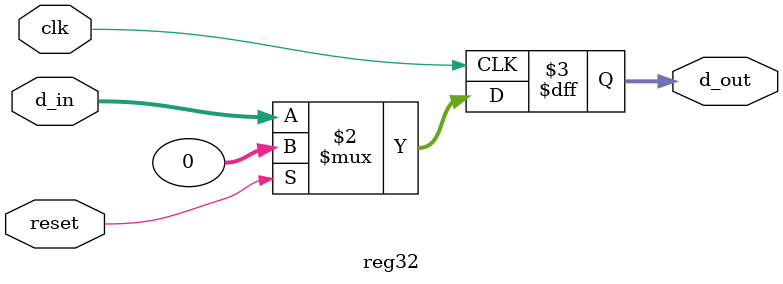
<source format=v>
module reg32(clk, reset, d_in, d_out);
	input clk;
	input reset;
	input [31:0] d_in;
	output [31:0] d_out;
	
	reg [31:0] d_out;
	
	always @(posedge clk)
	begin
		d_out <= (reset) ? 0 : d_in;
	end
	

endmodule
</source>
